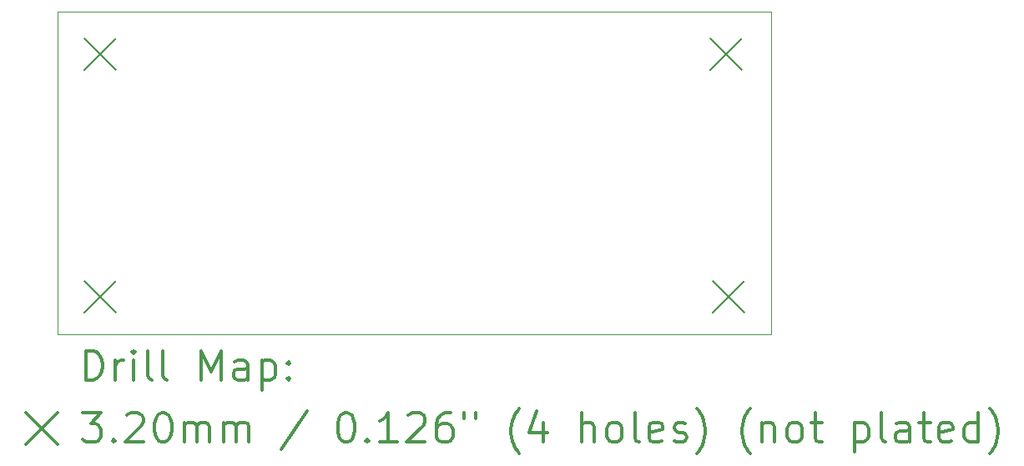
<source format=gbr>
%FSLAX45Y45*%
G04 Gerber Fmt 4.5, Leading zero omitted, Abs format (unit mm)*
G04 Created by KiCad (PCBNEW (5.1.2-1)-1) date 2023-02-25 22:47:23*
%MOMM*%
%LPD*%
G04 APERTURE LIST*
%ADD10C,0.050000*%
%ADD11C,0.200000*%
%ADD12C,0.300000*%
G04 APERTURE END LIST*
D10*
X15240000Y5562600D02*
X15240000Y5080000D01*
X8001000Y5562600D02*
X8001000Y5080000D01*
X8001000Y2286000D02*
X8001000Y5080000D01*
X8128000Y2286000D02*
X8001000Y2286000D01*
X15240000Y2286000D02*
X8128000Y2286000D01*
X15240000Y5080000D02*
X15240000Y2286000D01*
X8001000Y5562600D02*
X15240000Y5562600D01*
D11*
X8272800Y5290800D02*
X8592800Y4970800D01*
X8592800Y5290800D02*
X8272800Y4970800D01*
X14622800Y5290800D02*
X14942800Y4970800D01*
X14942800Y5290800D02*
X14622800Y4970800D01*
X8272800Y2827000D02*
X8592800Y2507000D01*
X8592800Y2827000D02*
X8272800Y2507000D01*
X14648200Y2827000D02*
X14968200Y2507000D01*
X14968200Y2827000D02*
X14648200Y2507000D01*
D12*
X8284928Y1817786D02*
X8284928Y2117786D01*
X8356357Y2117786D01*
X8399214Y2103500D01*
X8427786Y2074928D01*
X8442071Y2046357D01*
X8456357Y1989214D01*
X8456357Y1946357D01*
X8442071Y1889214D01*
X8427786Y1860643D01*
X8399214Y1832071D01*
X8356357Y1817786D01*
X8284928Y1817786D01*
X8584928Y1817786D02*
X8584928Y2017786D01*
X8584928Y1960643D02*
X8599214Y1989214D01*
X8613500Y2003500D01*
X8642071Y2017786D01*
X8670643Y2017786D01*
X8770643Y1817786D02*
X8770643Y2017786D01*
X8770643Y2117786D02*
X8756357Y2103500D01*
X8770643Y2089214D01*
X8784928Y2103500D01*
X8770643Y2117786D01*
X8770643Y2089214D01*
X8956357Y1817786D02*
X8927786Y1832071D01*
X8913500Y1860643D01*
X8913500Y2117786D01*
X9113500Y1817786D02*
X9084928Y1832071D01*
X9070643Y1860643D01*
X9070643Y2117786D01*
X9456357Y1817786D02*
X9456357Y2117786D01*
X9556357Y1903500D01*
X9656357Y2117786D01*
X9656357Y1817786D01*
X9927786Y1817786D02*
X9927786Y1974928D01*
X9913500Y2003500D01*
X9884928Y2017786D01*
X9827786Y2017786D01*
X9799214Y2003500D01*
X9927786Y1832071D02*
X9899214Y1817786D01*
X9827786Y1817786D01*
X9799214Y1832071D01*
X9784928Y1860643D01*
X9784928Y1889214D01*
X9799214Y1917786D01*
X9827786Y1932071D01*
X9899214Y1932071D01*
X9927786Y1946357D01*
X10070643Y2017786D02*
X10070643Y1717786D01*
X10070643Y2003500D02*
X10099214Y2017786D01*
X10156357Y2017786D01*
X10184928Y2003500D01*
X10199214Y1989214D01*
X10213500Y1960643D01*
X10213500Y1874928D01*
X10199214Y1846357D01*
X10184928Y1832071D01*
X10156357Y1817786D01*
X10099214Y1817786D01*
X10070643Y1832071D01*
X10342071Y1846357D02*
X10356357Y1832071D01*
X10342071Y1817786D01*
X10327786Y1832071D01*
X10342071Y1846357D01*
X10342071Y1817786D01*
X10342071Y2003500D02*
X10356357Y1989214D01*
X10342071Y1974928D01*
X10327786Y1989214D01*
X10342071Y2003500D01*
X10342071Y1974928D01*
X7678500Y1483500D02*
X7998500Y1163500D01*
X7998500Y1483500D02*
X7678500Y1163500D01*
X8256357Y1487786D02*
X8442071Y1487786D01*
X8342071Y1373500D01*
X8384928Y1373500D01*
X8413500Y1359214D01*
X8427786Y1344928D01*
X8442071Y1316357D01*
X8442071Y1244928D01*
X8427786Y1216357D01*
X8413500Y1202071D01*
X8384928Y1187786D01*
X8299214Y1187786D01*
X8270643Y1202071D01*
X8256357Y1216357D01*
X8570643Y1216357D02*
X8584928Y1202071D01*
X8570643Y1187786D01*
X8556357Y1202071D01*
X8570643Y1216357D01*
X8570643Y1187786D01*
X8699214Y1459214D02*
X8713500Y1473500D01*
X8742071Y1487786D01*
X8813500Y1487786D01*
X8842071Y1473500D01*
X8856357Y1459214D01*
X8870643Y1430643D01*
X8870643Y1402071D01*
X8856357Y1359214D01*
X8684928Y1187786D01*
X8870643Y1187786D01*
X9056357Y1487786D02*
X9084928Y1487786D01*
X9113500Y1473500D01*
X9127786Y1459214D01*
X9142071Y1430643D01*
X9156357Y1373500D01*
X9156357Y1302071D01*
X9142071Y1244928D01*
X9127786Y1216357D01*
X9113500Y1202071D01*
X9084928Y1187786D01*
X9056357Y1187786D01*
X9027786Y1202071D01*
X9013500Y1216357D01*
X8999214Y1244928D01*
X8984928Y1302071D01*
X8984928Y1373500D01*
X8999214Y1430643D01*
X9013500Y1459214D01*
X9027786Y1473500D01*
X9056357Y1487786D01*
X9284928Y1187786D02*
X9284928Y1387786D01*
X9284928Y1359214D02*
X9299214Y1373500D01*
X9327786Y1387786D01*
X9370643Y1387786D01*
X9399214Y1373500D01*
X9413500Y1344928D01*
X9413500Y1187786D01*
X9413500Y1344928D02*
X9427786Y1373500D01*
X9456357Y1387786D01*
X9499214Y1387786D01*
X9527786Y1373500D01*
X9542071Y1344928D01*
X9542071Y1187786D01*
X9684928Y1187786D02*
X9684928Y1387786D01*
X9684928Y1359214D02*
X9699214Y1373500D01*
X9727786Y1387786D01*
X9770643Y1387786D01*
X9799214Y1373500D01*
X9813500Y1344928D01*
X9813500Y1187786D01*
X9813500Y1344928D02*
X9827786Y1373500D01*
X9856357Y1387786D01*
X9899214Y1387786D01*
X9927786Y1373500D01*
X9942071Y1344928D01*
X9942071Y1187786D01*
X10527786Y1502071D02*
X10270643Y1116357D01*
X10913500Y1487786D02*
X10942071Y1487786D01*
X10970643Y1473500D01*
X10984928Y1459214D01*
X10999214Y1430643D01*
X11013500Y1373500D01*
X11013500Y1302071D01*
X10999214Y1244928D01*
X10984928Y1216357D01*
X10970643Y1202071D01*
X10942071Y1187786D01*
X10913500Y1187786D01*
X10884928Y1202071D01*
X10870643Y1216357D01*
X10856357Y1244928D01*
X10842071Y1302071D01*
X10842071Y1373500D01*
X10856357Y1430643D01*
X10870643Y1459214D01*
X10884928Y1473500D01*
X10913500Y1487786D01*
X11142071Y1216357D02*
X11156357Y1202071D01*
X11142071Y1187786D01*
X11127786Y1202071D01*
X11142071Y1216357D01*
X11142071Y1187786D01*
X11442071Y1187786D02*
X11270643Y1187786D01*
X11356357Y1187786D02*
X11356357Y1487786D01*
X11327786Y1444928D01*
X11299214Y1416357D01*
X11270643Y1402071D01*
X11556357Y1459214D02*
X11570643Y1473500D01*
X11599214Y1487786D01*
X11670643Y1487786D01*
X11699214Y1473500D01*
X11713500Y1459214D01*
X11727786Y1430643D01*
X11727786Y1402071D01*
X11713500Y1359214D01*
X11542071Y1187786D01*
X11727786Y1187786D01*
X11984928Y1487786D02*
X11927786Y1487786D01*
X11899214Y1473500D01*
X11884928Y1459214D01*
X11856357Y1416357D01*
X11842071Y1359214D01*
X11842071Y1244928D01*
X11856357Y1216357D01*
X11870643Y1202071D01*
X11899214Y1187786D01*
X11956357Y1187786D01*
X11984928Y1202071D01*
X11999214Y1216357D01*
X12013500Y1244928D01*
X12013500Y1316357D01*
X11999214Y1344928D01*
X11984928Y1359214D01*
X11956357Y1373500D01*
X11899214Y1373500D01*
X11870643Y1359214D01*
X11856357Y1344928D01*
X11842071Y1316357D01*
X12127786Y1487786D02*
X12127786Y1430643D01*
X12242071Y1487786D02*
X12242071Y1430643D01*
X12684928Y1073500D02*
X12670643Y1087786D01*
X12642071Y1130643D01*
X12627786Y1159214D01*
X12613500Y1202071D01*
X12599214Y1273500D01*
X12599214Y1330643D01*
X12613500Y1402071D01*
X12627786Y1444928D01*
X12642071Y1473500D01*
X12670643Y1516357D01*
X12684928Y1530643D01*
X12927786Y1387786D02*
X12927786Y1187786D01*
X12856357Y1502071D02*
X12784928Y1287786D01*
X12970643Y1287786D01*
X13313500Y1187786D02*
X13313500Y1487786D01*
X13442071Y1187786D02*
X13442071Y1344928D01*
X13427786Y1373500D01*
X13399214Y1387786D01*
X13356357Y1387786D01*
X13327786Y1373500D01*
X13313500Y1359214D01*
X13627786Y1187786D02*
X13599214Y1202071D01*
X13584928Y1216357D01*
X13570643Y1244928D01*
X13570643Y1330643D01*
X13584928Y1359214D01*
X13599214Y1373500D01*
X13627786Y1387786D01*
X13670643Y1387786D01*
X13699214Y1373500D01*
X13713500Y1359214D01*
X13727786Y1330643D01*
X13727786Y1244928D01*
X13713500Y1216357D01*
X13699214Y1202071D01*
X13670643Y1187786D01*
X13627786Y1187786D01*
X13899214Y1187786D02*
X13870643Y1202071D01*
X13856357Y1230643D01*
X13856357Y1487786D01*
X14127786Y1202071D02*
X14099214Y1187786D01*
X14042071Y1187786D01*
X14013500Y1202071D01*
X13999214Y1230643D01*
X13999214Y1344928D01*
X14013500Y1373500D01*
X14042071Y1387786D01*
X14099214Y1387786D01*
X14127786Y1373500D01*
X14142071Y1344928D01*
X14142071Y1316357D01*
X13999214Y1287786D01*
X14256357Y1202071D02*
X14284928Y1187786D01*
X14342071Y1187786D01*
X14370643Y1202071D01*
X14384928Y1230643D01*
X14384928Y1244928D01*
X14370643Y1273500D01*
X14342071Y1287786D01*
X14299214Y1287786D01*
X14270643Y1302071D01*
X14256357Y1330643D01*
X14256357Y1344928D01*
X14270643Y1373500D01*
X14299214Y1387786D01*
X14342071Y1387786D01*
X14370643Y1373500D01*
X14484928Y1073500D02*
X14499214Y1087786D01*
X14527786Y1130643D01*
X14542071Y1159214D01*
X14556357Y1202071D01*
X14570643Y1273500D01*
X14570643Y1330643D01*
X14556357Y1402071D01*
X14542071Y1444928D01*
X14527786Y1473500D01*
X14499214Y1516357D01*
X14484928Y1530643D01*
X15027786Y1073500D02*
X15013500Y1087786D01*
X14984928Y1130643D01*
X14970643Y1159214D01*
X14956357Y1202071D01*
X14942071Y1273500D01*
X14942071Y1330643D01*
X14956357Y1402071D01*
X14970643Y1444928D01*
X14984928Y1473500D01*
X15013500Y1516357D01*
X15027786Y1530643D01*
X15142071Y1387786D02*
X15142071Y1187786D01*
X15142071Y1359214D02*
X15156357Y1373500D01*
X15184928Y1387786D01*
X15227786Y1387786D01*
X15256357Y1373500D01*
X15270643Y1344928D01*
X15270643Y1187786D01*
X15456357Y1187786D02*
X15427786Y1202071D01*
X15413500Y1216357D01*
X15399214Y1244928D01*
X15399214Y1330643D01*
X15413500Y1359214D01*
X15427786Y1373500D01*
X15456357Y1387786D01*
X15499214Y1387786D01*
X15527786Y1373500D01*
X15542071Y1359214D01*
X15556357Y1330643D01*
X15556357Y1244928D01*
X15542071Y1216357D01*
X15527786Y1202071D01*
X15499214Y1187786D01*
X15456357Y1187786D01*
X15642071Y1387786D02*
X15756357Y1387786D01*
X15684928Y1487786D02*
X15684928Y1230643D01*
X15699214Y1202071D01*
X15727786Y1187786D01*
X15756357Y1187786D01*
X16084928Y1387786D02*
X16084928Y1087786D01*
X16084928Y1373500D02*
X16113500Y1387786D01*
X16170643Y1387786D01*
X16199214Y1373500D01*
X16213500Y1359214D01*
X16227786Y1330643D01*
X16227786Y1244928D01*
X16213500Y1216357D01*
X16199214Y1202071D01*
X16170643Y1187786D01*
X16113500Y1187786D01*
X16084928Y1202071D01*
X16399214Y1187786D02*
X16370643Y1202071D01*
X16356357Y1230643D01*
X16356357Y1487786D01*
X16642071Y1187786D02*
X16642071Y1344928D01*
X16627786Y1373500D01*
X16599214Y1387786D01*
X16542071Y1387786D01*
X16513500Y1373500D01*
X16642071Y1202071D02*
X16613500Y1187786D01*
X16542071Y1187786D01*
X16513500Y1202071D01*
X16499214Y1230643D01*
X16499214Y1259214D01*
X16513500Y1287786D01*
X16542071Y1302071D01*
X16613500Y1302071D01*
X16642071Y1316357D01*
X16742071Y1387786D02*
X16856357Y1387786D01*
X16784928Y1487786D02*
X16784928Y1230643D01*
X16799214Y1202071D01*
X16827786Y1187786D01*
X16856357Y1187786D01*
X17070643Y1202071D02*
X17042071Y1187786D01*
X16984928Y1187786D01*
X16956357Y1202071D01*
X16942071Y1230643D01*
X16942071Y1344928D01*
X16956357Y1373500D01*
X16984928Y1387786D01*
X17042071Y1387786D01*
X17070643Y1373500D01*
X17084928Y1344928D01*
X17084928Y1316357D01*
X16942071Y1287786D01*
X17342071Y1187786D02*
X17342071Y1487786D01*
X17342071Y1202071D02*
X17313500Y1187786D01*
X17256357Y1187786D01*
X17227786Y1202071D01*
X17213500Y1216357D01*
X17199214Y1244928D01*
X17199214Y1330643D01*
X17213500Y1359214D01*
X17227786Y1373500D01*
X17256357Y1387786D01*
X17313500Y1387786D01*
X17342071Y1373500D01*
X17456357Y1073500D02*
X17470643Y1087786D01*
X17499214Y1130643D01*
X17513500Y1159214D01*
X17527786Y1202071D01*
X17542071Y1273500D01*
X17542071Y1330643D01*
X17527786Y1402071D01*
X17513500Y1444928D01*
X17499214Y1473500D01*
X17470643Y1516357D01*
X17456357Y1530643D01*
M02*

</source>
